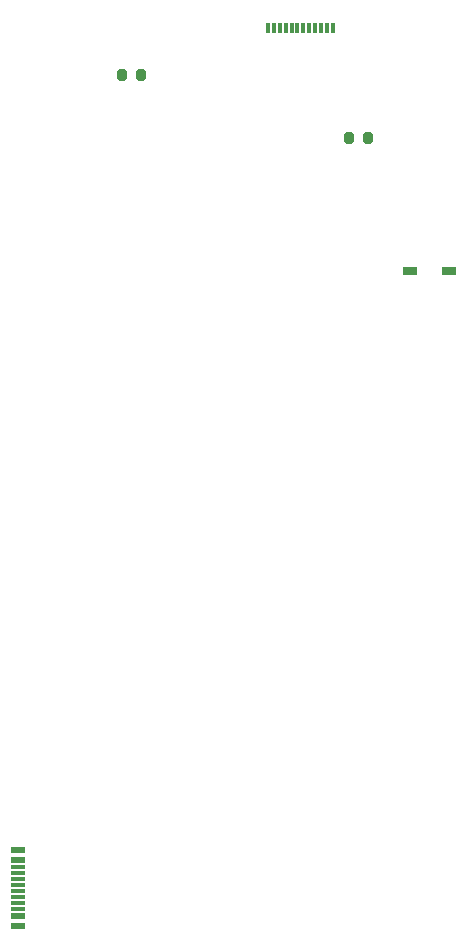
<source format=gtp>
%TF.GenerationSoftware,KiCad,Pcbnew,6.0.8-f2edbf62ab~116~ubuntu22.04.1*%
%TF.CreationDate,2022-10-10T20:20:36-06:00*%
%TF.ProjectId,OF1 v1,4f463120-7631-42e6-9b69-6361645f7063,rev?*%
%TF.SameCoordinates,Original*%
%TF.FileFunction,Paste,Top*%
%TF.FilePolarity,Positive*%
%FSLAX46Y46*%
G04 Gerber Fmt 4.6, Leading zero omitted, Abs format (unit mm)*
G04 Created by KiCad (PCBNEW 6.0.8-f2edbf62ab~116~ubuntu22.04.1) date 2022-10-10 20:20:36*
%MOMM*%
%LPD*%
G01*
G04 APERTURE LIST*
G04 Aperture macros list*
%AMRoundRect*
0 Rectangle with rounded corners*
0 $1 Rounding radius*
0 $2 $3 $4 $5 $6 $7 $8 $9 X,Y pos of 4 corners*
0 Add a 4 corners polygon primitive as box body*
4,1,4,$2,$3,$4,$5,$6,$7,$8,$9,$2,$3,0*
0 Add four circle primitives for the rounded corners*
1,1,$1+$1,$2,$3*
1,1,$1+$1,$4,$5*
1,1,$1+$1,$6,$7*
1,1,$1+$1,$8,$9*
0 Add four rect primitives between the rounded corners*
20,1,$1+$1,$2,$3,$4,$5,0*
20,1,$1+$1,$4,$5,$6,$7,0*
20,1,$1+$1,$6,$7,$8,$9,0*
20,1,$1+$1,$8,$9,$2,$3,0*%
G04 Aperture macros list end*
%ADD10RoundRect,0.200000X0.200000X0.275000X-0.200000X0.275000X-0.200000X-0.275000X0.200000X-0.275000X0*%
%ADD11RoundRect,0.200000X-0.200000X-0.275000X0.200000X-0.275000X0.200000X0.275000X-0.200000X0.275000X0*%
%ADD12R,1.210000X0.730000*%
%ADD13R,0.300000X0.900000*%
%ADD14R,1.240000X0.600000*%
%ADD15R,1.240000X0.300000*%
G04 APERTURE END LIST*
D10*
%TO.C,R4*%
X134111267Y-39142301D03*
X132461267Y-39142301D03*
%TD*%
D11*
%TO.C,R2*%
X151666276Y-44510583D03*
X153316276Y-44510583D03*
%TD*%
D12*
%TO.C,D2*%
X156821100Y-55753600D03*
X160181100Y-55753600D03*
%TD*%
D13*
%TO.C,J2*%
X150318981Y-35153600D03*
X149818981Y-35153600D03*
X149318981Y-35153600D03*
X148818981Y-35153600D03*
X148318981Y-35153600D03*
X147818981Y-35153600D03*
X147318981Y-35153600D03*
X146818981Y-35153600D03*
X146318981Y-35153600D03*
X145818981Y-35153600D03*
X145318981Y-35153600D03*
X144818981Y-35153600D03*
%TD*%
D14*
%TO.C,J5*%
X123699393Y-104771075D03*
X123699393Y-105571075D03*
D15*
X123699393Y-106721075D03*
X123699393Y-107721075D03*
X123699393Y-108221075D03*
X123699393Y-109221075D03*
D14*
X123699393Y-111171075D03*
X123699393Y-110371075D03*
D15*
X123699393Y-109721075D03*
X123699393Y-108721075D03*
X123699393Y-107221075D03*
X123699393Y-106221075D03*
%TD*%
M02*

</source>
